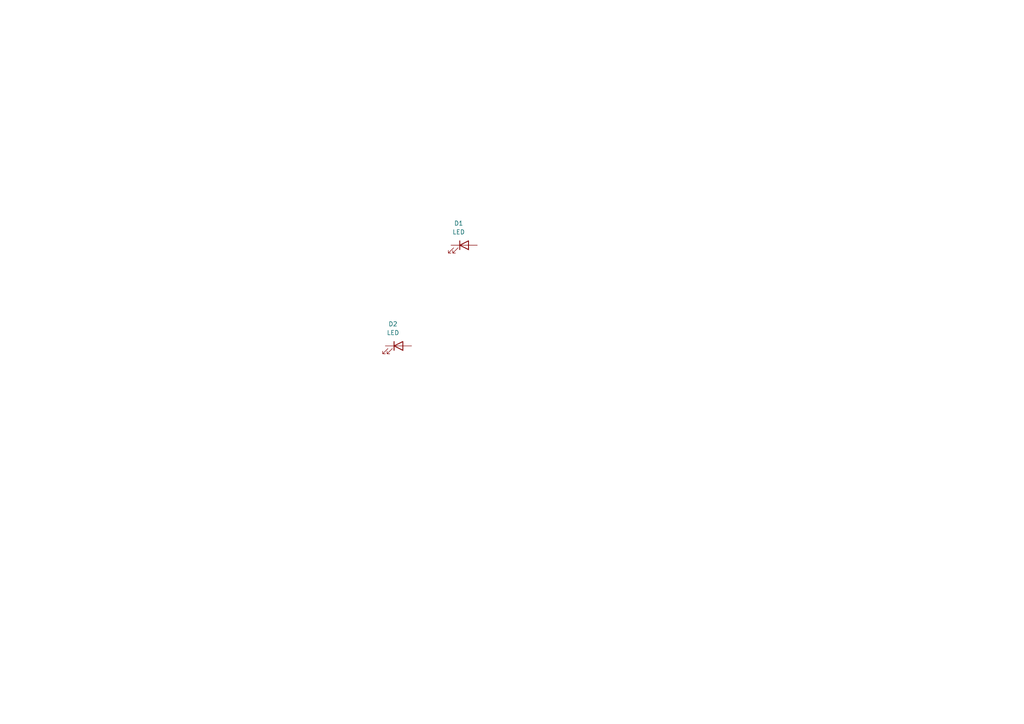
<source format=kicad_sch>
(kicad_sch (version 20250114) (generator "eeschema") (generator_version "9.0")
  (paper "A4")
  (lib_symbols
    (symbol "Device:LED" (pin_numbers (hide yes)) (pin_names (offset 1.016) (hide yes))
      (property "Reference" "D" (at 0 2.54 0))
      (property "Value" "LED" (at 0 -2.54 0))
      (symbol "LED_0_1"
        (polyline (pts (xy -3.048 -0.762) (xy -4.572 -2.286) (xy -3.81 -2.286) (xy -4.572 -2.286) (xy -4.572 -1.524)))
        (polyline (pts (xy -1.778 -0.762) (xy -3.302 -2.286) (xy -2.54 -2.286) (xy -3.302 -2.286) (xy -3.302 -1.524)))
        (polyline (pts (xy -1.27 0) (xy 1.27 0)))
        (polyline (pts (xy -1.27 -1.27) (xy -1.27 1.27)) (stroke (width 0.254)))
        (polyline (pts (xy 1.27 -1.27) (xy 1.27 1.27) (xy -1.27 0) (xy 1.27 -1.27)) (stroke (width 0.254)))
      )
      (symbol "LED_1_1"
        (pin passive line (at -3.81 0 0) (length 2.54) (name "K") (number "1"))
        (pin passive line (at 3.81 0 180) (length 2.54) (name "A") (number "2"))
      )
    )
  )
  (symbol (lib_id "Device:LED") (at 134.62 71.12 0) (unit 1)
    (property "Reference" "D1" (at 133.0325 64.77 0))
    (property "Value" "LED" (at 133.0325 67.31 0))
    (property "Description" "Light emitting diode" (effects (hide yes)))
    (property "Sim.Pins" "1=K 2=A" (effects (hide yes)))
  )
  (symbol (lib_id "Device:LED") (at 115.57 100.33 0) (unit 1)
    (property "Reference" "D2" (at 113.9825 93.98 0))
    (property "Value" "LED" (at 113.9825 96.52 0))
    (property "Description" "Light emitting diode" (effects (hide yes)))
    (property "Sim.Pins" "1=K 2=A" (effects (hide yes)))
  )
)
</source>
